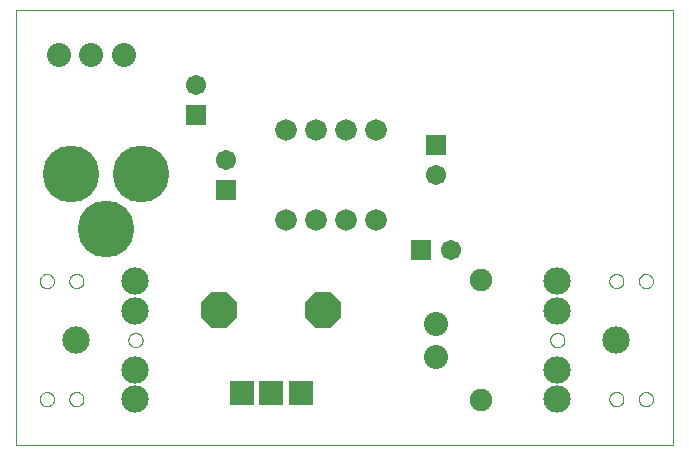
<source format=gtl>
G75*
%MOIN*%
%OFA0B0*%
%FSLAX25Y25*%
%IPPOS*%
%LPD*%
%AMOC8*
5,1,8,0,0,1.08239X$1,22.5*
%
%ADD10C,0.00000*%
%ADD11R,0.06756X0.06756*%
%ADD12C,0.06756*%
%ADD13C,0.08000*%
%ADD14C,0.07200*%
%ADD15C,0.09118*%
%ADD16C,0.07543*%
%ADD17R,0.07937X0.07937*%
%ADD18OC8,0.11874*%
%ADD19C,0.18898*%
D10*
X0013573Y0001000D02*
X0013573Y0145961D01*
X0232274Y0145961D01*
X0232274Y0001000D01*
X0013573Y0001000D01*
X0021368Y0016315D02*
X0021370Y0016412D01*
X0021376Y0016509D01*
X0021386Y0016605D01*
X0021400Y0016701D01*
X0021418Y0016797D01*
X0021439Y0016891D01*
X0021465Y0016985D01*
X0021494Y0017077D01*
X0021528Y0017168D01*
X0021564Y0017258D01*
X0021605Y0017346D01*
X0021649Y0017432D01*
X0021697Y0017517D01*
X0021748Y0017599D01*
X0021802Y0017680D01*
X0021860Y0017758D01*
X0021921Y0017833D01*
X0021984Y0017906D01*
X0022051Y0017977D01*
X0022121Y0018044D01*
X0022193Y0018109D01*
X0022268Y0018170D01*
X0022346Y0018229D01*
X0022425Y0018284D01*
X0022507Y0018336D01*
X0022591Y0018384D01*
X0022677Y0018429D01*
X0022765Y0018471D01*
X0022854Y0018509D01*
X0022945Y0018543D01*
X0023037Y0018573D01*
X0023130Y0018600D01*
X0023225Y0018622D01*
X0023320Y0018641D01*
X0023416Y0018656D01*
X0023512Y0018667D01*
X0023609Y0018674D01*
X0023706Y0018677D01*
X0023803Y0018676D01*
X0023900Y0018671D01*
X0023996Y0018662D01*
X0024092Y0018649D01*
X0024188Y0018632D01*
X0024283Y0018611D01*
X0024376Y0018587D01*
X0024469Y0018558D01*
X0024561Y0018526D01*
X0024651Y0018490D01*
X0024739Y0018451D01*
X0024826Y0018407D01*
X0024911Y0018361D01*
X0024994Y0018310D01*
X0025075Y0018257D01*
X0025153Y0018200D01*
X0025230Y0018140D01*
X0025303Y0018077D01*
X0025374Y0018011D01*
X0025442Y0017942D01*
X0025508Y0017870D01*
X0025570Y0017796D01*
X0025629Y0017719D01*
X0025685Y0017640D01*
X0025738Y0017558D01*
X0025788Y0017475D01*
X0025833Y0017389D01*
X0025876Y0017302D01*
X0025915Y0017213D01*
X0025950Y0017123D01*
X0025981Y0017031D01*
X0026008Y0016938D01*
X0026032Y0016844D01*
X0026052Y0016749D01*
X0026068Y0016653D01*
X0026080Y0016557D01*
X0026088Y0016460D01*
X0026092Y0016363D01*
X0026092Y0016267D01*
X0026088Y0016170D01*
X0026080Y0016073D01*
X0026068Y0015977D01*
X0026052Y0015881D01*
X0026032Y0015786D01*
X0026008Y0015692D01*
X0025981Y0015599D01*
X0025950Y0015507D01*
X0025915Y0015417D01*
X0025876Y0015328D01*
X0025833Y0015241D01*
X0025788Y0015155D01*
X0025738Y0015072D01*
X0025685Y0014990D01*
X0025629Y0014911D01*
X0025570Y0014834D01*
X0025508Y0014760D01*
X0025442Y0014688D01*
X0025374Y0014619D01*
X0025303Y0014553D01*
X0025230Y0014490D01*
X0025153Y0014430D01*
X0025075Y0014373D01*
X0024994Y0014320D01*
X0024911Y0014269D01*
X0024826Y0014223D01*
X0024739Y0014179D01*
X0024651Y0014140D01*
X0024561Y0014104D01*
X0024469Y0014072D01*
X0024376Y0014043D01*
X0024283Y0014019D01*
X0024188Y0013998D01*
X0024092Y0013981D01*
X0023996Y0013968D01*
X0023900Y0013959D01*
X0023803Y0013954D01*
X0023706Y0013953D01*
X0023609Y0013956D01*
X0023512Y0013963D01*
X0023416Y0013974D01*
X0023320Y0013989D01*
X0023225Y0014008D01*
X0023130Y0014030D01*
X0023037Y0014057D01*
X0022945Y0014087D01*
X0022854Y0014121D01*
X0022765Y0014159D01*
X0022677Y0014201D01*
X0022591Y0014246D01*
X0022507Y0014294D01*
X0022425Y0014346D01*
X0022346Y0014401D01*
X0022268Y0014460D01*
X0022193Y0014521D01*
X0022121Y0014586D01*
X0022051Y0014653D01*
X0021984Y0014724D01*
X0021921Y0014797D01*
X0021860Y0014872D01*
X0021802Y0014950D01*
X0021748Y0015031D01*
X0021697Y0015113D01*
X0021649Y0015198D01*
X0021605Y0015284D01*
X0021564Y0015372D01*
X0021528Y0015462D01*
X0021494Y0015553D01*
X0021465Y0015645D01*
X0021439Y0015739D01*
X0021418Y0015833D01*
X0021400Y0015929D01*
X0021386Y0016025D01*
X0021376Y0016121D01*
X0021370Y0016218D01*
X0021368Y0016315D01*
X0031211Y0016315D02*
X0031213Y0016412D01*
X0031219Y0016509D01*
X0031229Y0016605D01*
X0031243Y0016701D01*
X0031261Y0016797D01*
X0031282Y0016891D01*
X0031308Y0016985D01*
X0031337Y0017077D01*
X0031371Y0017168D01*
X0031407Y0017258D01*
X0031448Y0017346D01*
X0031492Y0017432D01*
X0031540Y0017517D01*
X0031591Y0017599D01*
X0031645Y0017680D01*
X0031703Y0017758D01*
X0031764Y0017833D01*
X0031827Y0017906D01*
X0031894Y0017977D01*
X0031964Y0018044D01*
X0032036Y0018109D01*
X0032111Y0018170D01*
X0032189Y0018229D01*
X0032268Y0018284D01*
X0032350Y0018336D01*
X0032434Y0018384D01*
X0032520Y0018429D01*
X0032608Y0018471D01*
X0032697Y0018509D01*
X0032788Y0018543D01*
X0032880Y0018573D01*
X0032973Y0018600D01*
X0033068Y0018622D01*
X0033163Y0018641D01*
X0033259Y0018656D01*
X0033355Y0018667D01*
X0033452Y0018674D01*
X0033549Y0018677D01*
X0033646Y0018676D01*
X0033743Y0018671D01*
X0033839Y0018662D01*
X0033935Y0018649D01*
X0034031Y0018632D01*
X0034126Y0018611D01*
X0034219Y0018587D01*
X0034312Y0018558D01*
X0034404Y0018526D01*
X0034494Y0018490D01*
X0034582Y0018451D01*
X0034669Y0018407D01*
X0034754Y0018361D01*
X0034837Y0018310D01*
X0034918Y0018257D01*
X0034996Y0018200D01*
X0035073Y0018140D01*
X0035146Y0018077D01*
X0035217Y0018011D01*
X0035285Y0017942D01*
X0035351Y0017870D01*
X0035413Y0017796D01*
X0035472Y0017719D01*
X0035528Y0017640D01*
X0035581Y0017558D01*
X0035631Y0017475D01*
X0035676Y0017389D01*
X0035719Y0017302D01*
X0035758Y0017213D01*
X0035793Y0017123D01*
X0035824Y0017031D01*
X0035851Y0016938D01*
X0035875Y0016844D01*
X0035895Y0016749D01*
X0035911Y0016653D01*
X0035923Y0016557D01*
X0035931Y0016460D01*
X0035935Y0016363D01*
X0035935Y0016267D01*
X0035931Y0016170D01*
X0035923Y0016073D01*
X0035911Y0015977D01*
X0035895Y0015881D01*
X0035875Y0015786D01*
X0035851Y0015692D01*
X0035824Y0015599D01*
X0035793Y0015507D01*
X0035758Y0015417D01*
X0035719Y0015328D01*
X0035676Y0015241D01*
X0035631Y0015155D01*
X0035581Y0015072D01*
X0035528Y0014990D01*
X0035472Y0014911D01*
X0035413Y0014834D01*
X0035351Y0014760D01*
X0035285Y0014688D01*
X0035217Y0014619D01*
X0035146Y0014553D01*
X0035073Y0014490D01*
X0034996Y0014430D01*
X0034918Y0014373D01*
X0034837Y0014320D01*
X0034754Y0014269D01*
X0034669Y0014223D01*
X0034582Y0014179D01*
X0034494Y0014140D01*
X0034404Y0014104D01*
X0034312Y0014072D01*
X0034219Y0014043D01*
X0034126Y0014019D01*
X0034031Y0013998D01*
X0033935Y0013981D01*
X0033839Y0013968D01*
X0033743Y0013959D01*
X0033646Y0013954D01*
X0033549Y0013953D01*
X0033452Y0013956D01*
X0033355Y0013963D01*
X0033259Y0013974D01*
X0033163Y0013989D01*
X0033068Y0014008D01*
X0032973Y0014030D01*
X0032880Y0014057D01*
X0032788Y0014087D01*
X0032697Y0014121D01*
X0032608Y0014159D01*
X0032520Y0014201D01*
X0032434Y0014246D01*
X0032350Y0014294D01*
X0032268Y0014346D01*
X0032189Y0014401D01*
X0032111Y0014460D01*
X0032036Y0014521D01*
X0031964Y0014586D01*
X0031894Y0014653D01*
X0031827Y0014724D01*
X0031764Y0014797D01*
X0031703Y0014872D01*
X0031645Y0014950D01*
X0031591Y0015031D01*
X0031540Y0015113D01*
X0031492Y0015198D01*
X0031448Y0015284D01*
X0031407Y0015372D01*
X0031371Y0015462D01*
X0031337Y0015553D01*
X0031308Y0015645D01*
X0031282Y0015739D01*
X0031261Y0015833D01*
X0031243Y0015929D01*
X0031229Y0016025D01*
X0031219Y0016121D01*
X0031213Y0016218D01*
X0031211Y0016315D01*
X0050896Y0036000D02*
X0050898Y0036097D01*
X0050904Y0036194D01*
X0050914Y0036290D01*
X0050928Y0036386D01*
X0050946Y0036482D01*
X0050967Y0036576D01*
X0050993Y0036670D01*
X0051022Y0036762D01*
X0051056Y0036853D01*
X0051092Y0036943D01*
X0051133Y0037031D01*
X0051177Y0037117D01*
X0051225Y0037202D01*
X0051276Y0037284D01*
X0051330Y0037365D01*
X0051388Y0037443D01*
X0051449Y0037518D01*
X0051512Y0037591D01*
X0051579Y0037662D01*
X0051649Y0037729D01*
X0051721Y0037794D01*
X0051796Y0037855D01*
X0051874Y0037914D01*
X0051953Y0037969D01*
X0052035Y0038021D01*
X0052119Y0038069D01*
X0052205Y0038114D01*
X0052293Y0038156D01*
X0052382Y0038194D01*
X0052473Y0038228D01*
X0052565Y0038258D01*
X0052658Y0038285D01*
X0052753Y0038307D01*
X0052848Y0038326D01*
X0052944Y0038341D01*
X0053040Y0038352D01*
X0053137Y0038359D01*
X0053234Y0038362D01*
X0053331Y0038361D01*
X0053428Y0038356D01*
X0053524Y0038347D01*
X0053620Y0038334D01*
X0053716Y0038317D01*
X0053811Y0038296D01*
X0053904Y0038272D01*
X0053997Y0038243D01*
X0054089Y0038211D01*
X0054179Y0038175D01*
X0054267Y0038136D01*
X0054354Y0038092D01*
X0054439Y0038046D01*
X0054522Y0037995D01*
X0054603Y0037942D01*
X0054681Y0037885D01*
X0054758Y0037825D01*
X0054831Y0037762D01*
X0054902Y0037696D01*
X0054970Y0037627D01*
X0055036Y0037555D01*
X0055098Y0037481D01*
X0055157Y0037404D01*
X0055213Y0037325D01*
X0055266Y0037243D01*
X0055316Y0037160D01*
X0055361Y0037074D01*
X0055404Y0036987D01*
X0055443Y0036898D01*
X0055478Y0036808D01*
X0055509Y0036716D01*
X0055536Y0036623D01*
X0055560Y0036529D01*
X0055580Y0036434D01*
X0055596Y0036338D01*
X0055608Y0036242D01*
X0055616Y0036145D01*
X0055620Y0036048D01*
X0055620Y0035952D01*
X0055616Y0035855D01*
X0055608Y0035758D01*
X0055596Y0035662D01*
X0055580Y0035566D01*
X0055560Y0035471D01*
X0055536Y0035377D01*
X0055509Y0035284D01*
X0055478Y0035192D01*
X0055443Y0035102D01*
X0055404Y0035013D01*
X0055361Y0034926D01*
X0055316Y0034840D01*
X0055266Y0034757D01*
X0055213Y0034675D01*
X0055157Y0034596D01*
X0055098Y0034519D01*
X0055036Y0034445D01*
X0054970Y0034373D01*
X0054902Y0034304D01*
X0054831Y0034238D01*
X0054758Y0034175D01*
X0054681Y0034115D01*
X0054603Y0034058D01*
X0054522Y0034005D01*
X0054439Y0033954D01*
X0054354Y0033908D01*
X0054267Y0033864D01*
X0054179Y0033825D01*
X0054089Y0033789D01*
X0053997Y0033757D01*
X0053904Y0033728D01*
X0053811Y0033704D01*
X0053716Y0033683D01*
X0053620Y0033666D01*
X0053524Y0033653D01*
X0053428Y0033644D01*
X0053331Y0033639D01*
X0053234Y0033638D01*
X0053137Y0033641D01*
X0053040Y0033648D01*
X0052944Y0033659D01*
X0052848Y0033674D01*
X0052753Y0033693D01*
X0052658Y0033715D01*
X0052565Y0033742D01*
X0052473Y0033772D01*
X0052382Y0033806D01*
X0052293Y0033844D01*
X0052205Y0033886D01*
X0052119Y0033931D01*
X0052035Y0033979D01*
X0051953Y0034031D01*
X0051874Y0034086D01*
X0051796Y0034145D01*
X0051721Y0034206D01*
X0051649Y0034271D01*
X0051579Y0034338D01*
X0051512Y0034409D01*
X0051449Y0034482D01*
X0051388Y0034557D01*
X0051330Y0034635D01*
X0051276Y0034716D01*
X0051225Y0034798D01*
X0051177Y0034883D01*
X0051133Y0034969D01*
X0051092Y0035057D01*
X0051056Y0035147D01*
X0051022Y0035238D01*
X0050993Y0035330D01*
X0050967Y0035424D01*
X0050946Y0035518D01*
X0050928Y0035614D01*
X0050914Y0035710D01*
X0050904Y0035806D01*
X0050898Y0035903D01*
X0050896Y0036000D01*
X0031211Y0055685D02*
X0031213Y0055782D01*
X0031219Y0055879D01*
X0031229Y0055975D01*
X0031243Y0056071D01*
X0031261Y0056167D01*
X0031282Y0056261D01*
X0031308Y0056355D01*
X0031337Y0056447D01*
X0031371Y0056538D01*
X0031407Y0056628D01*
X0031448Y0056716D01*
X0031492Y0056802D01*
X0031540Y0056887D01*
X0031591Y0056969D01*
X0031645Y0057050D01*
X0031703Y0057128D01*
X0031764Y0057203D01*
X0031827Y0057276D01*
X0031894Y0057347D01*
X0031964Y0057414D01*
X0032036Y0057479D01*
X0032111Y0057540D01*
X0032189Y0057599D01*
X0032268Y0057654D01*
X0032350Y0057706D01*
X0032434Y0057754D01*
X0032520Y0057799D01*
X0032608Y0057841D01*
X0032697Y0057879D01*
X0032788Y0057913D01*
X0032880Y0057943D01*
X0032973Y0057970D01*
X0033068Y0057992D01*
X0033163Y0058011D01*
X0033259Y0058026D01*
X0033355Y0058037D01*
X0033452Y0058044D01*
X0033549Y0058047D01*
X0033646Y0058046D01*
X0033743Y0058041D01*
X0033839Y0058032D01*
X0033935Y0058019D01*
X0034031Y0058002D01*
X0034126Y0057981D01*
X0034219Y0057957D01*
X0034312Y0057928D01*
X0034404Y0057896D01*
X0034494Y0057860D01*
X0034582Y0057821D01*
X0034669Y0057777D01*
X0034754Y0057731D01*
X0034837Y0057680D01*
X0034918Y0057627D01*
X0034996Y0057570D01*
X0035073Y0057510D01*
X0035146Y0057447D01*
X0035217Y0057381D01*
X0035285Y0057312D01*
X0035351Y0057240D01*
X0035413Y0057166D01*
X0035472Y0057089D01*
X0035528Y0057010D01*
X0035581Y0056928D01*
X0035631Y0056845D01*
X0035676Y0056759D01*
X0035719Y0056672D01*
X0035758Y0056583D01*
X0035793Y0056493D01*
X0035824Y0056401D01*
X0035851Y0056308D01*
X0035875Y0056214D01*
X0035895Y0056119D01*
X0035911Y0056023D01*
X0035923Y0055927D01*
X0035931Y0055830D01*
X0035935Y0055733D01*
X0035935Y0055637D01*
X0035931Y0055540D01*
X0035923Y0055443D01*
X0035911Y0055347D01*
X0035895Y0055251D01*
X0035875Y0055156D01*
X0035851Y0055062D01*
X0035824Y0054969D01*
X0035793Y0054877D01*
X0035758Y0054787D01*
X0035719Y0054698D01*
X0035676Y0054611D01*
X0035631Y0054525D01*
X0035581Y0054442D01*
X0035528Y0054360D01*
X0035472Y0054281D01*
X0035413Y0054204D01*
X0035351Y0054130D01*
X0035285Y0054058D01*
X0035217Y0053989D01*
X0035146Y0053923D01*
X0035073Y0053860D01*
X0034996Y0053800D01*
X0034918Y0053743D01*
X0034837Y0053690D01*
X0034754Y0053639D01*
X0034669Y0053593D01*
X0034582Y0053549D01*
X0034494Y0053510D01*
X0034404Y0053474D01*
X0034312Y0053442D01*
X0034219Y0053413D01*
X0034126Y0053389D01*
X0034031Y0053368D01*
X0033935Y0053351D01*
X0033839Y0053338D01*
X0033743Y0053329D01*
X0033646Y0053324D01*
X0033549Y0053323D01*
X0033452Y0053326D01*
X0033355Y0053333D01*
X0033259Y0053344D01*
X0033163Y0053359D01*
X0033068Y0053378D01*
X0032973Y0053400D01*
X0032880Y0053427D01*
X0032788Y0053457D01*
X0032697Y0053491D01*
X0032608Y0053529D01*
X0032520Y0053571D01*
X0032434Y0053616D01*
X0032350Y0053664D01*
X0032268Y0053716D01*
X0032189Y0053771D01*
X0032111Y0053830D01*
X0032036Y0053891D01*
X0031964Y0053956D01*
X0031894Y0054023D01*
X0031827Y0054094D01*
X0031764Y0054167D01*
X0031703Y0054242D01*
X0031645Y0054320D01*
X0031591Y0054401D01*
X0031540Y0054483D01*
X0031492Y0054568D01*
X0031448Y0054654D01*
X0031407Y0054742D01*
X0031371Y0054832D01*
X0031337Y0054923D01*
X0031308Y0055015D01*
X0031282Y0055109D01*
X0031261Y0055203D01*
X0031243Y0055299D01*
X0031229Y0055395D01*
X0031219Y0055491D01*
X0031213Y0055588D01*
X0031211Y0055685D01*
X0021368Y0055685D02*
X0021370Y0055782D01*
X0021376Y0055879D01*
X0021386Y0055975D01*
X0021400Y0056071D01*
X0021418Y0056167D01*
X0021439Y0056261D01*
X0021465Y0056355D01*
X0021494Y0056447D01*
X0021528Y0056538D01*
X0021564Y0056628D01*
X0021605Y0056716D01*
X0021649Y0056802D01*
X0021697Y0056887D01*
X0021748Y0056969D01*
X0021802Y0057050D01*
X0021860Y0057128D01*
X0021921Y0057203D01*
X0021984Y0057276D01*
X0022051Y0057347D01*
X0022121Y0057414D01*
X0022193Y0057479D01*
X0022268Y0057540D01*
X0022346Y0057599D01*
X0022425Y0057654D01*
X0022507Y0057706D01*
X0022591Y0057754D01*
X0022677Y0057799D01*
X0022765Y0057841D01*
X0022854Y0057879D01*
X0022945Y0057913D01*
X0023037Y0057943D01*
X0023130Y0057970D01*
X0023225Y0057992D01*
X0023320Y0058011D01*
X0023416Y0058026D01*
X0023512Y0058037D01*
X0023609Y0058044D01*
X0023706Y0058047D01*
X0023803Y0058046D01*
X0023900Y0058041D01*
X0023996Y0058032D01*
X0024092Y0058019D01*
X0024188Y0058002D01*
X0024283Y0057981D01*
X0024376Y0057957D01*
X0024469Y0057928D01*
X0024561Y0057896D01*
X0024651Y0057860D01*
X0024739Y0057821D01*
X0024826Y0057777D01*
X0024911Y0057731D01*
X0024994Y0057680D01*
X0025075Y0057627D01*
X0025153Y0057570D01*
X0025230Y0057510D01*
X0025303Y0057447D01*
X0025374Y0057381D01*
X0025442Y0057312D01*
X0025508Y0057240D01*
X0025570Y0057166D01*
X0025629Y0057089D01*
X0025685Y0057010D01*
X0025738Y0056928D01*
X0025788Y0056845D01*
X0025833Y0056759D01*
X0025876Y0056672D01*
X0025915Y0056583D01*
X0025950Y0056493D01*
X0025981Y0056401D01*
X0026008Y0056308D01*
X0026032Y0056214D01*
X0026052Y0056119D01*
X0026068Y0056023D01*
X0026080Y0055927D01*
X0026088Y0055830D01*
X0026092Y0055733D01*
X0026092Y0055637D01*
X0026088Y0055540D01*
X0026080Y0055443D01*
X0026068Y0055347D01*
X0026052Y0055251D01*
X0026032Y0055156D01*
X0026008Y0055062D01*
X0025981Y0054969D01*
X0025950Y0054877D01*
X0025915Y0054787D01*
X0025876Y0054698D01*
X0025833Y0054611D01*
X0025788Y0054525D01*
X0025738Y0054442D01*
X0025685Y0054360D01*
X0025629Y0054281D01*
X0025570Y0054204D01*
X0025508Y0054130D01*
X0025442Y0054058D01*
X0025374Y0053989D01*
X0025303Y0053923D01*
X0025230Y0053860D01*
X0025153Y0053800D01*
X0025075Y0053743D01*
X0024994Y0053690D01*
X0024911Y0053639D01*
X0024826Y0053593D01*
X0024739Y0053549D01*
X0024651Y0053510D01*
X0024561Y0053474D01*
X0024469Y0053442D01*
X0024376Y0053413D01*
X0024283Y0053389D01*
X0024188Y0053368D01*
X0024092Y0053351D01*
X0023996Y0053338D01*
X0023900Y0053329D01*
X0023803Y0053324D01*
X0023706Y0053323D01*
X0023609Y0053326D01*
X0023512Y0053333D01*
X0023416Y0053344D01*
X0023320Y0053359D01*
X0023225Y0053378D01*
X0023130Y0053400D01*
X0023037Y0053427D01*
X0022945Y0053457D01*
X0022854Y0053491D01*
X0022765Y0053529D01*
X0022677Y0053571D01*
X0022591Y0053616D01*
X0022507Y0053664D01*
X0022425Y0053716D01*
X0022346Y0053771D01*
X0022268Y0053830D01*
X0022193Y0053891D01*
X0022121Y0053956D01*
X0022051Y0054023D01*
X0021984Y0054094D01*
X0021921Y0054167D01*
X0021860Y0054242D01*
X0021802Y0054320D01*
X0021748Y0054401D01*
X0021697Y0054483D01*
X0021649Y0054568D01*
X0021605Y0054654D01*
X0021564Y0054742D01*
X0021528Y0054832D01*
X0021494Y0054923D01*
X0021465Y0055015D01*
X0021439Y0055109D01*
X0021418Y0055203D01*
X0021400Y0055299D01*
X0021386Y0055395D01*
X0021376Y0055491D01*
X0021370Y0055588D01*
X0021368Y0055685D01*
X0191526Y0036000D02*
X0191528Y0036097D01*
X0191534Y0036194D01*
X0191544Y0036290D01*
X0191558Y0036386D01*
X0191576Y0036482D01*
X0191597Y0036576D01*
X0191623Y0036670D01*
X0191652Y0036762D01*
X0191686Y0036853D01*
X0191722Y0036943D01*
X0191763Y0037031D01*
X0191807Y0037117D01*
X0191855Y0037202D01*
X0191906Y0037284D01*
X0191960Y0037365D01*
X0192018Y0037443D01*
X0192079Y0037518D01*
X0192142Y0037591D01*
X0192209Y0037662D01*
X0192279Y0037729D01*
X0192351Y0037794D01*
X0192426Y0037855D01*
X0192504Y0037914D01*
X0192583Y0037969D01*
X0192665Y0038021D01*
X0192749Y0038069D01*
X0192835Y0038114D01*
X0192923Y0038156D01*
X0193012Y0038194D01*
X0193103Y0038228D01*
X0193195Y0038258D01*
X0193288Y0038285D01*
X0193383Y0038307D01*
X0193478Y0038326D01*
X0193574Y0038341D01*
X0193670Y0038352D01*
X0193767Y0038359D01*
X0193864Y0038362D01*
X0193961Y0038361D01*
X0194058Y0038356D01*
X0194154Y0038347D01*
X0194250Y0038334D01*
X0194346Y0038317D01*
X0194441Y0038296D01*
X0194534Y0038272D01*
X0194627Y0038243D01*
X0194719Y0038211D01*
X0194809Y0038175D01*
X0194897Y0038136D01*
X0194984Y0038092D01*
X0195069Y0038046D01*
X0195152Y0037995D01*
X0195233Y0037942D01*
X0195311Y0037885D01*
X0195388Y0037825D01*
X0195461Y0037762D01*
X0195532Y0037696D01*
X0195600Y0037627D01*
X0195666Y0037555D01*
X0195728Y0037481D01*
X0195787Y0037404D01*
X0195843Y0037325D01*
X0195896Y0037243D01*
X0195946Y0037160D01*
X0195991Y0037074D01*
X0196034Y0036987D01*
X0196073Y0036898D01*
X0196108Y0036808D01*
X0196139Y0036716D01*
X0196166Y0036623D01*
X0196190Y0036529D01*
X0196210Y0036434D01*
X0196226Y0036338D01*
X0196238Y0036242D01*
X0196246Y0036145D01*
X0196250Y0036048D01*
X0196250Y0035952D01*
X0196246Y0035855D01*
X0196238Y0035758D01*
X0196226Y0035662D01*
X0196210Y0035566D01*
X0196190Y0035471D01*
X0196166Y0035377D01*
X0196139Y0035284D01*
X0196108Y0035192D01*
X0196073Y0035102D01*
X0196034Y0035013D01*
X0195991Y0034926D01*
X0195946Y0034840D01*
X0195896Y0034757D01*
X0195843Y0034675D01*
X0195787Y0034596D01*
X0195728Y0034519D01*
X0195666Y0034445D01*
X0195600Y0034373D01*
X0195532Y0034304D01*
X0195461Y0034238D01*
X0195388Y0034175D01*
X0195311Y0034115D01*
X0195233Y0034058D01*
X0195152Y0034005D01*
X0195069Y0033954D01*
X0194984Y0033908D01*
X0194897Y0033864D01*
X0194809Y0033825D01*
X0194719Y0033789D01*
X0194627Y0033757D01*
X0194534Y0033728D01*
X0194441Y0033704D01*
X0194346Y0033683D01*
X0194250Y0033666D01*
X0194154Y0033653D01*
X0194058Y0033644D01*
X0193961Y0033639D01*
X0193864Y0033638D01*
X0193767Y0033641D01*
X0193670Y0033648D01*
X0193574Y0033659D01*
X0193478Y0033674D01*
X0193383Y0033693D01*
X0193288Y0033715D01*
X0193195Y0033742D01*
X0193103Y0033772D01*
X0193012Y0033806D01*
X0192923Y0033844D01*
X0192835Y0033886D01*
X0192749Y0033931D01*
X0192665Y0033979D01*
X0192583Y0034031D01*
X0192504Y0034086D01*
X0192426Y0034145D01*
X0192351Y0034206D01*
X0192279Y0034271D01*
X0192209Y0034338D01*
X0192142Y0034409D01*
X0192079Y0034482D01*
X0192018Y0034557D01*
X0191960Y0034635D01*
X0191906Y0034716D01*
X0191855Y0034798D01*
X0191807Y0034883D01*
X0191763Y0034969D01*
X0191722Y0035057D01*
X0191686Y0035147D01*
X0191652Y0035238D01*
X0191623Y0035330D01*
X0191597Y0035424D01*
X0191576Y0035518D01*
X0191558Y0035614D01*
X0191544Y0035710D01*
X0191534Y0035806D01*
X0191528Y0035903D01*
X0191526Y0036000D01*
X0211211Y0055685D02*
X0211213Y0055782D01*
X0211219Y0055879D01*
X0211229Y0055975D01*
X0211243Y0056071D01*
X0211261Y0056167D01*
X0211282Y0056261D01*
X0211308Y0056355D01*
X0211337Y0056447D01*
X0211371Y0056538D01*
X0211407Y0056628D01*
X0211448Y0056716D01*
X0211492Y0056802D01*
X0211540Y0056887D01*
X0211591Y0056969D01*
X0211645Y0057050D01*
X0211703Y0057128D01*
X0211764Y0057203D01*
X0211827Y0057276D01*
X0211894Y0057347D01*
X0211964Y0057414D01*
X0212036Y0057479D01*
X0212111Y0057540D01*
X0212189Y0057599D01*
X0212268Y0057654D01*
X0212350Y0057706D01*
X0212434Y0057754D01*
X0212520Y0057799D01*
X0212608Y0057841D01*
X0212697Y0057879D01*
X0212788Y0057913D01*
X0212880Y0057943D01*
X0212973Y0057970D01*
X0213068Y0057992D01*
X0213163Y0058011D01*
X0213259Y0058026D01*
X0213355Y0058037D01*
X0213452Y0058044D01*
X0213549Y0058047D01*
X0213646Y0058046D01*
X0213743Y0058041D01*
X0213839Y0058032D01*
X0213935Y0058019D01*
X0214031Y0058002D01*
X0214126Y0057981D01*
X0214219Y0057957D01*
X0214312Y0057928D01*
X0214404Y0057896D01*
X0214494Y0057860D01*
X0214582Y0057821D01*
X0214669Y0057777D01*
X0214754Y0057731D01*
X0214837Y0057680D01*
X0214918Y0057627D01*
X0214996Y0057570D01*
X0215073Y0057510D01*
X0215146Y0057447D01*
X0215217Y0057381D01*
X0215285Y0057312D01*
X0215351Y0057240D01*
X0215413Y0057166D01*
X0215472Y0057089D01*
X0215528Y0057010D01*
X0215581Y0056928D01*
X0215631Y0056845D01*
X0215676Y0056759D01*
X0215719Y0056672D01*
X0215758Y0056583D01*
X0215793Y0056493D01*
X0215824Y0056401D01*
X0215851Y0056308D01*
X0215875Y0056214D01*
X0215895Y0056119D01*
X0215911Y0056023D01*
X0215923Y0055927D01*
X0215931Y0055830D01*
X0215935Y0055733D01*
X0215935Y0055637D01*
X0215931Y0055540D01*
X0215923Y0055443D01*
X0215911Y0055347D01*
X0215895Y0055251D01*
X0215875Y0055156D01*
X0215851Y0055062D01*
X0215824Y0054969D01*
X0215793Y0054877D01*
X0215758Y0054787D01*
X0215719Y0054698D01*
X0215676Y0054611D01*
X0215631Y0054525D01*
X0215581Y0054442D01*
X0215528Y0054360D01*
X0215472Y0054281D01*
X0215413Y0054204D01*
X0215351Y0054130D01*
X0215285Y0054058D01*
X0215217Y0053989D01*
X0215146Y0053923D01*
X0215073Y0053860D01*
X0214996Y0053800D01*
X0214918Y0053743D01*
X0214837Y0053690D01*
X0214754Y0053639D01*
X0214669Y0053593D01*
X0214582Y0053549D01*
X0214494Y0053510D01*
X0214404Y0053474D01*
X0214312Y0053442D01*
X0214219Y0053413D01*
X0214126Y0053389D01*
X0214031Y0053368D01*
X0213935Y0053351D01*
X0213839Y0053338D01*
X0213743Y0053329D01*
X0213646Y0053324D01*
X0213549Y0053323D01*
X0213452Y0053326D01*
X0213355Y0053333D01*
X0213259Y0053344D01*
X0213163Y0053359D01*
X0213068Y0053378D01*
X0212973Y0053400D01*
X0212880Y0053427D01*
X0212788Y0053457D01*
X0212697Y0053491D01*
X0212608Y0053529D01*
X0212520Y0053571D01*
X0212434Y0053616D01*
X0212350Y0053664D01*
X0212268Y0053716D01*
X0212189Y0053771D01*
X0212111Y0053830D01*
X0212036Y0053891D01*
X0211964Y0053956D01*
X0211894Y0054023D01*
X0211827Y0054094D01*
X0211764Y0054167D01*
X0211703Y0054242D01*
X0211645Y0054320D01*
X0211591Y0054401D01*
X0211540Y0054483D01*
X0211492Y0054568D01*
X0211448Y0054654D01*
X0211407Y0054742D01*
X0211371Y0054832D01*
X0211337Y0054923D01*
X0211308Y0055015D01*
X0211282Y0055109D01*
X0211261Y0055203D01*
X0211243Y0055299D01*
X0211229Y0055395D01*
X0211219Y0055491D01*
X0211213Y0055588D01*
X0211211Y0055685D01*
X0221053Y0055685D02*
X0221055Y0055782D01*
X0221061Y0055879D01*
X0221071Y0055975D01*
X0221085Y0056071D01*
X0221103Y0056167D01*
X0221124Y0056261D01*
X0221150Y0056355D01*
X0221179Y0056447D01*
X0221213Y0056538D01*
X0221249Y0056628D01*
X0221290Y0056716D01*
X0221334Y0056802D01*
X0221382Y0056887D01*
X0221433Y0056969D01*
X0221487Y0057050D01*
X0221545Y0057128D01*
X0221606Y0057203D01*
X0221669Y0057276D01*
X0221736Y0057347D01*
X0221806Y0057414D01*
X0221878Y0057479D01*
X0221953Y0057540D01*
X0222031Y0057599D01*
X0222110Y0057654D01*
X0222192Y0057706D01*
X0222276Y0057754D01*
X0222362Y0057799D01*
X0222450Y0057841D01*
X0222539Y0057879D01*
X0222630Y0057913D01*
X0222722Y0057943D01*
X0222815Y0057970D01*
X0222910Y0057992D01*
X0223005Y0058011D01*
X0223101Y0058026D01*
X0223197Y0058037D01*
X0223294Y0058044D01*
X0223391Y0058047D01*
X0223488Y0058046D01*
X0223585Y0058041D01*
X0223681Y0058032D01*
X0223777Y0058019D01*
X0223873Y0058002D01*
X0223968Y0057981D01*
X0224061Y0057957D01*
X0224154Y0057928D01*
X0224246Y0057896D01*
X0224336Y0057860D01*
X0224424Y0057821D01*
X0224511Y0057777D01*
X0224596Y0057731D01*
X0224679Y0057680D01*
X0224760Y0057627D01*
X0224838Y0057570D01*
X0224915Y0057510D01*
X0224988Y0057447D01*
X0225059Y0057381D01*
X0225127Y0057312D01*
X0225193Y0057240D01*
X0225255Y0057166D01*
X0225314Y0057089D01*
X0225370Y0057010D01*
X0225423Y0056928D01*
X0225473Y0056845D01*
X0225518Y0056759D01*
X0225561Y0056672D01*
X0225600Y0056583D01*
X0225635Y0056493D01*
X0225666Y0056401D01*
X0225693Y0056308D01*
X0225717Y0056214D01*
X0225737Y0056119D01*
X0225753Y0056023D01*
X0225765Y0055927D01*
X0225773Y0055830D01*
X0225777Y0055733D01*
X0225777Y0055637D01*
X0225773Y0055540D01*
X0225765Y0055443D01*
X0225753Y0055347D01*
X0225737Y0055251D01*
X0225717Y0055156D01*
X0225693Y0055062D01*
X0225666Y0054969D01*
X0225635Y0054877D01*
X0225600Y0054787D01*
X0225561Y0054698D01*
X0225518Y0054611D01*
X0225473Y0054525D01*
X0225423Y0054442D01*
X0225370Y0054360D01*
X0225314Y0054281D01*
X0225255Y0054204D01*
X0225193Y0054130D01*
X0225127Y0054058D01*
X0225059Y0053989D01*
X0224988Y0053923D01*
X0224915Y0053860D01*
X0224838Y0053800D01*
X0224760Y0053743D01*
X0224679Y0053690D01*
X0224596Y0053639D01*
X0224511Y0053593D01*
X0224424Y0053549D01*
X0224336Y0053510D01*
X0224246Y0053474D01*
X0224154Y0053442D01*
X0224061Y0053413D01*
X0223968Y0053389D01*
X0223873Y0053368D01*
X0223777Y0053351D01*
X0223681Y0053338D01*
X0223585Y0053329D01*
X0223488Y0053324D01*
X0223391Y0053323D01*
X0223294Y0053326D01*
X0223197Y0053333D01*
X0223101Y0053344D01*
X0223005Y0053359D01*
X0222910Y0053378D01*
X0222815Y0053400D01*
X0222722Y0053427D01*
X0222630Y0053457D01*
X0222539Y0053491D01*
X0222450Y0053529D01*
X0222362Y0053571D01*
X0222276Y0053616D01*
X0222192Y0053664D01*
X0222110Y0053716D01*
X0222031Y0053771D01*
X0221953Y0053830D01*
X0221878Y0053891D01*
X0221806Y0053956D01*
X0221736Y0054023D01*
X0221669Y0054094D01*
X0221606Y0054167D01*
X0221545Y0054242D01*
X0221487Y0054320D01*
X0221433Y0054401D01*
X0221382Y0054483D01*
X0221334Y0054568D01*
X0221290Y0054654D01*
X0221249Y0054742D01*
X0221213Y0054832D01*
X0221179Y0054923D01*
X0221150Y0055015D01*
X0221124Y0055109D01*
X0221103Y0055203D01*
X0221085Y0055299D01*
X0221071Y0055395D01*
X0221061Y0055491D01*
X0221055Y0055588D01*
X0221053Y0055685D01*
X0221053Y0016315D02*
X0221055Y0016412D01*
X0221061Y0016509D01*
X0221071Y0016605D01*
X0221085Y0016701D01*
X0221103Y0016797D01*
X0221124Y0016891D01*
X0221150Y0016985D01*
X0221179Y0017077D01*
X0221213Y0017168D01*
X0221249Y0017258D01*
X0221290Y0017346D01*
X0221334Y0017432D01*
X0221382Y0017517D01*
X0221433Y0017599D01*
X0221487Y0017680D01*
X0221545Y0017758D01*
X0221606Y0017833D01*
X0221669Y0017906D01*
X0221736Y0017977D01*
X0221806Y0018044D01*
X0221878Y0018109D01*
X0221953Y0018170D01*
X0222031Y0018229D01*
X0222110Y0018284D01*
X0222192Y0018336D01*
X0222276Y0018384D01*
X0222362Y0018429D01*
X0222450Y0018471D01*
X0222539Y0018509D01*
X0222630Y0018543D01*
X0222722Y0018573D01*
X0222815Y0018600D01*
X0222910Y0018622D01*
X0223005Y0018641D01*
X0223101Y0018656D01*
X0223197Y0018667D01*
X0223294Y0018674D01*
X0223391Y0018677D01*
X0223488Y0018676D01*
X0223585Y0018671D01*
X0223681Y0018662D01*
X0223777Y0018649D01*
X0223873Y0018632D01*
X0223968Y0018611D01*
X0224061Y0018587D01*
X0224154Y0018558D01*
X0224246Y0018526D01*
X0224336Y0018490D01*
X0224424Y0018451D01*
X0224511Y0018407D01*
X0224596Y0018361D01*
X0224679Y0018310D01*
X0224760Y0018257D01*
X0224838Y0018200D01*
X0224915Y0018140D01*
X0224988Y0018077D01*
X0225059Y0018011D01*
X0225127Y0017942D01*
X0225193Y0017870D01*
X0225255Y0017796D01*
X0225314Y0017719D01*
X0225370Y0017640D01*
X0225423Y0017558D01*
X0225473Y0017475D01*
X0225518Y0017389D01*
X0225561Y0017302D01*
X0225600Y0017213D01*
X0225635Y0017123D01*
X0225666Y0017031D01*
X0225693Y0016938D01*
X0225717Y0016844D01*
X0225737Y0016749D01*
X0225753Y0016653D01*
X0225765Y0016557D01*
X0225773Y0016460D01*
X0225777Y0016363D01*
X0225777Y0016267D01*
X0225773Y0016170D01*
X0225765Y0016073D01*
X0225753Y0015977D01*
X0225737Y0015881D01*
X0225717Y0015786D01*
X0225693Y0015692D01*
X0225666Y0015599D01*
X0225635Y0015507D01*
X0225600Y0015417D01*
X0225561Y0015328D01*
X0225518Y0015241D01*
X0225473Y0015155D01*
X0225423Y0015072D01*
X0225370Y0014990D01*
X0225314Y0014911D01*
X0225255Y0014834D01*
X0225193Y0014760D01*
X0225127Y0014688D01*
X0225059Y0014619D01*
X0224988Y0014553D01*
X0224915Y0014490D01*
X0224838Y0014430D01*
X0224760Y0014373D01*
X0224679Y0014320D01*
X0224596Y0014269D01*
X0224511Y0014223D01*
X0224424Y0014179D01*
X0224336Y0014140D01*
X0224246Y0014104D01*
X0224154Y0014072D01*
X0224061Y0014043D01*
X0223968Y0014019D01*
X0223873Y0013998D01*
X0223777Y0013981D01*
X0223681Y0013968D01*
X0223585Y0013959D01*
X0223488Y0013954D01*
X0223391Y0013953D01*
X0223294Y0013956D01*
X0223197Y0013963D01*
X0223101Y0013974D01*
X0223005Y0013989D01*
X0222910Y0014008D01*
X0222815Y0014030D01*
X0222722Y0014057D01*
X0222630Y0014087D01*
X0222539Y0014121D01*
X0222450Y0014159D01*
X0222362Y0014201D01*
X0222276Y0014246D01*
X0222192Y0014294D01*
X0222110Y0014346D01*
X0222031Y0014401D01*
X0221953Y0014460D01*
X0221878Y0014521D01*
X0221806Y0014586D01*
X0221736Y0014653D01*
X0221669Y0014724D01*
X0221606Y0014797D01*
X0221545Y0014872D01*
X0221487Y0014950D01*
X0221433Y0015031D01*
X0221382Y0015113D01*
X0221334Y0015198D01*
X0221290Y0015284D01*
X0221249Y0015372D01*
X0221213Y0015462D01*
X0221179Y0015553D01*
X0221150Y0015645D01*
X0221124Y0015739D01*
X0221103Y0015833D01*
X0221085Y0015929D01*
X0221071Y0016025D01*
X0221061Y0016121D01*
X0221055Y0016218D01*
X0221053Y0016315D01*
X0211211Y0016315D02*
X0211213Y0016412D01*
X0211219Y0016509D01*
X0211229Y0016605D01*
X0211243Y0016701D01*
X0211261Y0016797D01*
X0211282Y0016891D01*
X0211308Y0016985D01*
X0211337Y0017077D01*
X0211371Y0017168D01*
X0211407Y0017258D01*
X0211448Y0017346D01*
X0211492Y0017432D01*
X0211540Y0017517D01*
X0211591Y0017599D01*
X0211645Y0017680D01*
X0211703Y0017758D01*
X0211764Y0017833D01*
X0211827Y0017906D01*
X0211894Y0017977D01*
X0211964Y0018044D01*
X0212036Y0018109D01*
X0212111Y0018170D01*
X0212189Y0018229D01*
X0212268Y0018284D01*
X0212350Y0018336D01*
X0212434Y0018384D01*
X0212520Y0018429D01*
X0212608Y0018471D01*
X0212697Y0018509D01*
X0212788Y0018543D01*
X0212880Y0018573D01*
X0212973Y0018600D01*
X0213068Y0018622D01*
X0213163Y0018641D01*
X0213259Y0018656D01*
X0213355Y0018667D01*
X0213452Y0018674D01*
X0213549Y0018677D01*
X0213646Y0018676D01*
X0213743Y0018671D01*
X0213839Y0018662D01*
X0213935Y0018649D01*
X0214031Y0018632D01*
X0214126Y0018611D01*
X0214219Y0018587D01*
X0214312Y0018558D01*
X0214404Y0018526D01*
X0214494Y0018490D01*
X0214582Y0018451D01*
X0214669Y0018407D01*
X0214754Y0018361D01*
X0214837Y0018310D01*
X0214918Y0018257D01*
X0214996Y0018200D01*
X0215073Y0018140D01*
X0215146Y0018077D01*
X0215217Y0018011D01*
X0215285Y0017942D01*
X0215351Y0017870D01*
X0215413Y0017796D01*
X0215472Y0017719D01*
X0215528Y0017640D01*
X0215581Y0017558D01*
X0215631Y0017475D01*
X0215676Y0017389D01*
X0215719Y0017302D01*
X0215758Y0017213D01*
X0215793Y0017123D01*
X0215824Y0017031D01*
X0215851Y0016938D01*
X0215875Y0016844D01*
X0215895Y0016749D01*
X0215911Y0016653D01*
X0215923Y0016557D01*
X0215931Y0016460D01*
X0215935Y0016363D01*
X0215935Y0016267D01*
X0215931Y0016170D01*
X0215923Y0016073D01*
X0215911Y0015977D01*
X0215895Y0015881D01*
X0215875Y0015786D01*
X0215851Y0015692D01*
X0215824Y0015599D01*
X0215793Y0015507D01*
X0215758Y0015417D01*
X0215719Y0015328D01*
X0215676Y0015241D01*
X0215631Y0015155D01*
X0215581Y0015072D01*
X0215528Y0014990D01*
X0215472Y0014911D01*
X0215413Y0014834D01*
X0215351Y0014760D01*
X0215285Y0014688D01*
X0215217Y0014619D01*
X0215146Y0014553D01*
X0215073Y0014490D01*
X0214996Y0014430D01*
X0214918Y0014373D01*
X0214837Y0014320D01*
X0214754Y0014269D01*
X0214669Y0014223D01*
X0214582Y0014179D01*
X0214494Y0014140D01*
X0214404Y0014104D01*
X0214312Y0014072D01*
X0214219Y0014043D01*
X0214126Y0014019D01*
X0214031Y0013998D01*
X0213935Y0013981D01*
X0213839Y0013968D01*
X0213743Y0013959D01*
X0213646Y0013954D01*
X0213549Y0013953D01*
X0213452Y0013956D01*
X0213355Y0013963D01*
X0213259Y0013974D01*
X0213163Y0013989D01*
X0213068Y0014008D01*
X0212973Y0014030D01*
X0212880Y0014057D01*
X0212788Y0014087D01*
X0212697Y0014121D01*
X0212608Y0014159D01*
X0212520Y0014201D01*
X0212434Y0014246D01*
X0212350Y0014294D01*
X0212268Y0014346D01*
X0212189Y0014401D01*
X0212111Y0014460D01*
X0212036Y0014521D01*
X0211964Y0014586D01*
X0211894Y0014653D01*
X0211827Y0014724D01*
X0211764Y0014797D01*
X0211703Y0014872D01*
X0211645Y0014950D01*
X0211591Y0015031D01*
X0211540Y0015113D01*
X0211492Y0015198D01*
X0211448Y0015284D01*
X0211407Y0015372D01*
X0211371Y0015462D01*
X0211337Y0015553D01*
X0211308Y0015645D01*
X0211282Y0015739D01*
X0211261Y0015833D01*
X0211243Y0015929D01*
X0211229Y0016025D01*
X0211219Y0016121D01*
X0211213Y0016218D01*
X0211211Y0016315D01*
D11*
X0148573Y0066000D03*
X0153573Y0101000D03*
X0083573Y0086000D03*
X0073573Y0111000D03*
D12*
X0073573Y0121000D03*
X0083573Y0096000D03*
X0153573Y0091000D03*
X0158573Y0066000D03*
D13*
X0153573Y0041500D03*
X0153573Y0030500D03*
X0049273Y0131000D03*
X0038573Y0131000D03*
X0027873Y0131000D03*
D14*
X0103573Y0106000D03*
X0113573Y0106000D03*
X0123573Y0106000D03*
X0133573Y0106000D03*
X0133573Y0076000D03*
X0123573Y0076000D03*
X0113573Y0076000D03*
X0103573Y0076000D03*
D15*
X0053258Y0055685D03*
X0053258Y0045843D03*
X0033573Y0036000D03*
X0053258Y0026157D03*
X0053258Y0016315D03*
X0193888Y0016315D03*
X0193888Y0026157D03*
X0213573Y0036000D03*
X0193888Y0045843D03*
X0193888Y0055685D03*
D16*
X0168573Y0056000D03*
X0168573Y0016000D03*
D17*
X0108415Y0018441D03*
X0098573Y0018441D03*
X0088730Y0018441D03*
D18*
X0081250Y0046000D03*
X0115896Y0046000D03*
D19*
X0043337Y0072890D03*
X0031919Y0091394D03*
X0055148Y0091394D03*
M02*

</source>
